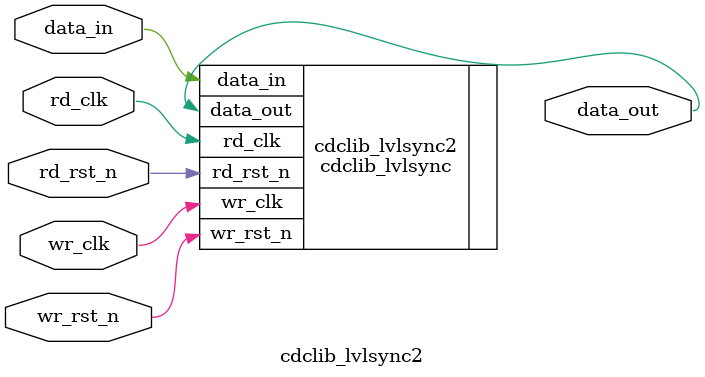
<source format=v>


//------------------------------------------------------------------------
// File:        $RCSfile: cdclib_lvlsync2.v.rca $
// Revision:    $Revision: #3 $
// Date:        $Date: 2015/03/20 $
//-----------------------------------------------------------------------------
// Description : 2-stage level sync module
//-----------------------------------------------------------------------------
module cdclib_lvlsync2 
   #(
      parameter EN_PULSE_MODE    = 0, // Enable Pulse mode i.e O/P data pulses for change in I/P
      parameter DWIDTH           = 1, // Sync Data input 
      parameter ACTIVE_LEVEL     = 1, // 1: Active high; 0: Active low      
      parameter WR_CLK_FREQ_MHZ     = 250,   // Clock frequency (in MHz)    
      parameter RD_CLK_FREQ_MHZ     = 250,   // Clock frequency (in MHz)    
      parameter VID          = 1     // 1: VID, 0: preVID
    )
   (
   // Inputs
   input  wire               wr_clk,      // write clock
   input  wire               rd_clk,      // read clock
   input  wire               wr_rst_n,    // async reset for write clock domain
   input  wire               rd_rst_n,    // async reset for read clock domain
   input  wire  [DWIDTH-1:0] data_in,     // data in
   // Outputs
   output wire  [DWIDTH-1:0] data_out     // data out
   );

// 2-stage synchronizer   
localparam SYNCSTAGE = 2;

// level-sync module
cdclib_lvlsync 
   #(
      .EN_PULSE_MODE(EN_PULSE_MODE), // Enable Pulse mode i.e O/P data pulses for change in I/P
      .DWIDTH(DWIDTH),               // Sync Data input 
      .SYNCSTAGE(SYNCSTAGE),         // Sync stages
      .ACTIVE_LEVEL(ACTIVE_LEVEL),   // Active level
      .WR_CLK_FREQ_MHZ(WR_CLK_FREQ_MHZ),
      .RD_CLK_FREQ_MHZ(RD_CLK_FREQ_MHZ),
      .VID	(VID)
    ) cdclib_lvlsync2
   (
   // Inputs
   .wr_clk(wr_clk),       // write clock
   .rd_clk(rd_clk),       // read clock
   .wr_rst_n(wr_rst_n),   // async reset for write clock domain
   .rd_rst_n(rd_rst_n),   // async reset for read clock domain
   .data_in(data_in),     // data in
   // Outputs
   .data_out(data_out)    // data out
   );

endmodule //cdclib_lvlsync2

</source>
